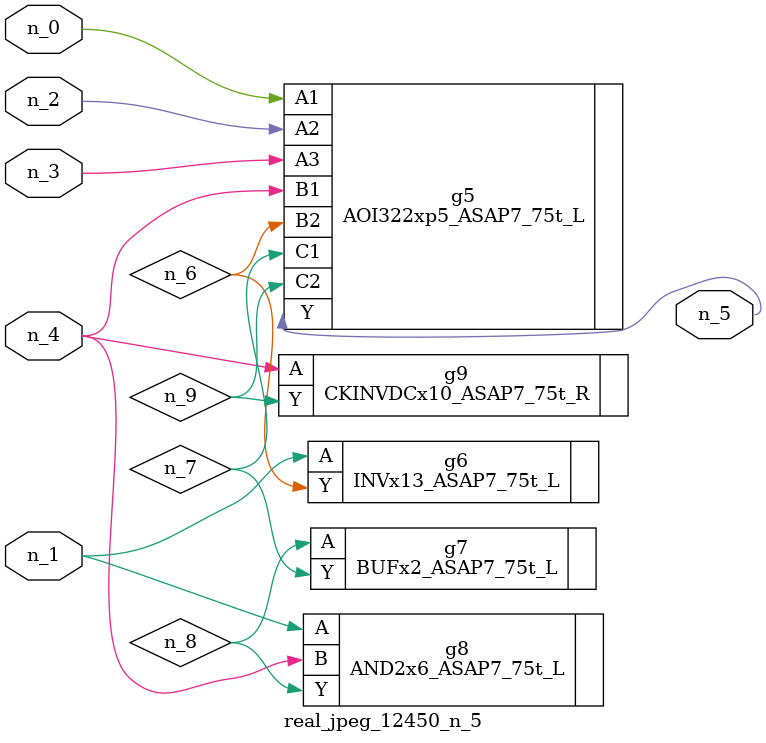
<source format=v>
module real_jpeg_12450_n_5 (n_4, n_0, n_1, n_2, n_3, n_5);

input n_4;
input n_0;
input n_1;
input n_2;
input n_3;

output n_5;

wire n_8;
wire n_6;
wire n_7;
wire n_9;

AOI322xp5_ASAP7_75t_L g5 ( 
.A1(n_0),
.A2(n_2),
.A3(n_3),
.B1(n_4),
.B2(n_6),
.C1(n_7),
.C2(n_9),
.Y(n_5)
);

INVx13_ASAP7_75t_L g6 ( 
.A(n_1),
.Y(n_6)
);

AND2x6_ASAP7_75t_L g8 ( 
.A(n_1),
.B(n_4),
.Y(n_8)
);

CKINVDCx10_ASAP7_75t_R g9 ( 
.A(n_4),
.Y(n_9)
);

BUFx2_ASAP7_75t_L g7 ( 
.A(n_8),
.Y(n_7)
);


endmodule
</source>
